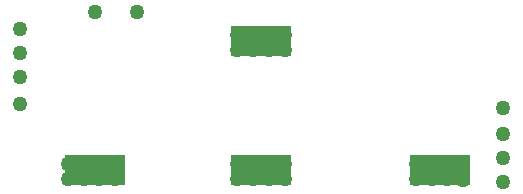
<source format=gbr>
G04 #@! TF.GenerationSoftware,KiCad,Pcbnew,(5.0.0)*
G04 #@! TF.CreationDate,2019-11-01T16:10:57-07:00*
G04 #@! TF.ProjectId,Buffer - Rev D,427566666572202D2052657620442E6B,rev?*
G04 #@! TF.SameCoordinates,Original*
G04 #@! TF.FileFunction,Soldermask,Bot*
G04 #@! TF.FilePolarity,Negative*
%FSLAX46Y46*%
G04 Gerber Fmt 4.6, Leading zero omitted, Abs format (unit mm)*
G04 Created by KiCad (PCBNEW (5.0.0)) date 11/01/19 16:10:57*
%MOMM*%
%LPD*%
G01*
G04 APERTURE LIST*
%ADD10C,1.270000*%
%ADD11R,5.080000X2.540000*%
G04 APERTURE END LIST*
D10*
G04 #@! TO.C,TP2*
X21096200Y12300000D03*
G04 #@! TD*
G04 #@! TO.C,TP2*
X19750000Y12300000D03*
G04 #@! TD*
G04 #@! TO.C,TP1*
X9906000Y15494000D03*
G04 #@! TD*
D11*
G04 #@! TO.C,TP8*
X20434300Y13096900D03*
G04 #@! TD*
D10*
G04 #@! TO.C,TP2*
X18415000Y12334900D03*
G04 #@! TD*
G04 #@! TO.C,TP2*
X18415000Y13604900D03*
G04 #@! TD*
G04 #@! TO.C,TP2*
X22415500Y12334900D03*
G04 #@! TD*
G04 #@! TO.C,TP2*
X21082000Y13604900D03*
G04 #@! TD*
G04 #@! TO.C,TP2*
X22415500Y13604900D03*
G04 #@! TD*
G04 #@! TO.C,TP2*
X19748500Y13604900D03*
G04 #@! TD*
G04 #@! TO.C,TP2*
X21082000Y1397000D03*
G04 #@! TD*
G04 #@! TO.C,TP2*
X22415500Y1397000D03*
G04 #@! TD*
G04 #@! TO.C,TP2*
X8064500Y1397000D03*
G04 #@! TD*
G04 #@! TO.C,TP2*
X37528500Y1320800D03*
G04 #@! TD*
G04 #@! TO.C,TP2*
X36195000Y1397000D03*
G04 #@! TD*
G04 #@! TO.C,TP2*
X33528000Y2667000D03*
G04 #@! TD*
G04 #@! TO.C,TP2*
X33528000Y1397000D03*
G04 #@! TD*
G04 #@! TO.C,TP2*
X36195000Y2667000D03*
G04 #@! TD*
G04 #@! TO.C,TP2*
X34861500Y2667000D03*
G04 #@! TD*
G04 #@! TO.C,TP2*
X34861500Y1397000D03*
G04 #@! TD*
G04 #@! TO.C,TP2*
X37528500Y2667000D03*
G04 #@! TD*
G04 #@! TO.C,TP11*
X40894000Y7366000D03*
G04 #@! TD*
G04 #@! TO.C,TP2*
X19748500Y1397000D03*
G04 #@! TD*
G04 #@! TO.C,TP2*
X18415000Y1397000D03*
G04 #@! TD*
G04 #@! TO.C,TP2*
X22415500Y2667000D03*
G04 #@! TD*
G04 #@! TO.C,TP2*
X21082000Y2667000D03*
G04 #@! TD*
G04 #@! TO.C,TP2*
X19748500Y2667000D03*
G04 #@! TD*
G04 #@! TO.C,TP2*
X18415000Y2667000D03*
G04 #@! TD*
G04 #@! TO.C,TP2*
X6731000Y2667000D03*
G04 #@! TD*
G04 #@! TO.C,TP2*
X5397500Y2667000D03*
G04 #@! TD*
G04 #@! TO.C,TP2*
X8064500Y2667000D03*
G04 #@! TD*
G04 #@! TO.C,TP2*
X6731000Y1397000D03*
G04 #@! TD*
G04 #@! TO.C,TP2*
X5397500Y1397000D03*
G04 #@! TD*
G04 #@! TO.C,TP2*
X4064000Y2667000D03*
G04 #@! TD*
G04 #@! TO.C,TP2*
X4064000Y1397000D03*
G04 #@! TD*
D11*
G04 #@! TO.C,TP12*
X6350000Y2159000D03*
G04 #@! TD*
G04 #@! TO.C,TP13*
X35560000Y2159000D03*
G04 #@! TD*
D10*
G04 #@! TO.C,TP15*
X6350000Y15494000D03*
G04 #@! TD*
G04 #@! TO.C,TP17*
X0Y14097000D03*
G04 #@! TD*
G04 #@! TO.C,TP5*
X40894000Y3175000D03*
G04 #@! TD*
G04 #@! TO.C,TP9*
X40894000Y5207000D03*
G04 #@! TD*
G04 #@! TO.C,TP6*
X0Y7731000D03*
G04 #@! TD*
G04 #@! TO.C,TP4*
X40894000Y1143000D03*
G04 #@! TD*
G04 #@! TO.C,TP3*
X0Y12065000D03*
G04 #@! TD*
G04 #@! TO.C,TP2*
X0Y10033000D03*
G04 #@! TD*
D11*
G04 #@! TO.C,TP7*
X20434300Y2159000D03*
G04 #@! TD*
M02*

</source>
